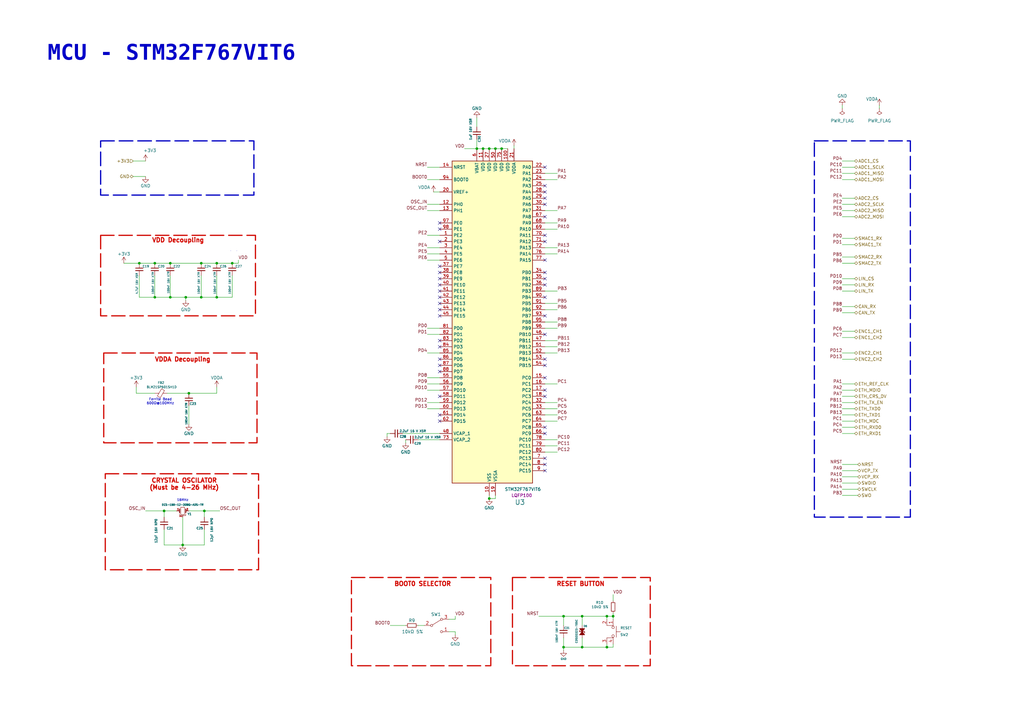
<source format=kicad_sch>
(kicad_sch (version 20250114) (generator "eeschema") (generator_version "9.0")
  (paper "A3")
  (title_block (title "KeyTestBox") (date "2023-10-15") (rev "V1.0") (comment 1 "Designer: Bruno Silva"))
  (lib_symbols
    (symbol "Device:C_Small" (pin_numbers (hide yes)) (pin_names (offset 0.254) (hide yes))
      (property "Reference" "C" (at 0.254 1.778 0))
      (property "Value" "C_Small" (at 0.254 -2.032 0))
      (symbol "C_Small_0_1"
        (polyline (pts (xy -1.524 0.508) (xy 1.524 0.508)) (stroke (width 0.3048)))
        (polyline (pts (xy -1.524 -0.508) (xy 1.524 -0.508)) (stroke (width 0.3302)))
      )
      (symbol "C_Small_1_1"
        (pin passive line (at 0 2.54 270) (length 2.032) (name "~") (number "1"))
        (pin passive line (at 0 -2.54 90) (length 2.032) (name "~") (number "2"))
      )
    )
    (symbol "Device:Crystal_GND2_Small" (pin_names (offset 1.016) (hide yes))
      (property "Reference" "Y" (at 0 5.08 0))
      (property "Value" "Crystal_GND2_Small" (at 0 3.175 0))
      (symbol "Crystal_GND2_Small_0_1"
        (polyline (pts (xy -1.27 -0.762) (xy -1.27 0.762)) (stroke (width 0.381)))
        (polyline (pts (xy -1.27 -1.27) (xy -1.27 -1.905) (xy 1.27 -1.905) (xy 1.27 -1.27)))
        (rectangle (start -0.762 -1.524) (end 0.762 1.524))
        (polyline (pts (xy 1.27 -0.762) (xy 1.27 0.762)) (stroke (width 0.381)))
      )
      (symbol "Crystal_GND2_Small_1_1"
        (pin passive line (at -2.54 0 0) (length 1.27) (name "1") (number "1"))
        (pin passive line (at 0 -2.54 90) (length 0.635) (name "2") (number "2"))
        (pin passive line (at 2.54 0 180) (length 1.27) (name "3") (number "3"))
      )
    )
    (symbol "Device:D_TVS_Small_Filled" (pin_numbers (hide yes)) (pin_names (offset 1.016) (hide yes))
      (property "Reference" "D" (at 0 2.54 0))
      (property "Value" "D_TVS_Small_Filled" (at 0 -2.54 0))
      (symbol "D_TVS_Small_Filled_0_1"
        (polyline (pts (xy -1.27 0) (xy 1.27 0)))
        (polyline (pts (xy 0.508 1.016) (xy 0 1.016) (xy 0 -1.016) (xy -0.508 -1.016)) (stroke (width 0.254)))
      )
      (symbol "D_TVS_Small_Filled_1_1"
        (polyline (pts (xy -1.27 1.016) (xy -1.27 -1.016) (xy 0 0) (xy -1.27 1.016)) (stroke (width 0.254)) (fill (type outline)))
        (polyline (pts (xy 0 0) (xy 1.27 1.016) (xy 1.27 -1.016) (xy 0 0)) (stroke (width 0.254)) (fill (type outline)))
        (pin passive line (at -2.54 0 0) (length 1.27) (name "A1") (number "1"))
        (pin passive line (at 2.54 0 180) (length 1.27) (name "A2") (number "2"))
      )
    )
    (symbol "Device:FerriteBead_Small" (pin_numbers (hide yes)) (pin_names (offset 0))
      (property "Reference" "FB" (at 1.905 1.27 0))
      (property "Value" "FerriteBead_Small" (at 1.905 -1.27 0))
      (symbol "FerriteBead_Small_0_1"
        (polyline (pts (xy -1.8288 0.2794) (xy -1.1176 1.4986) (xy 1.8288 -0.2032) (xy 1.1176 -1.4224) (xy -1.8288 0.2794)))
        (polyline (pts (xy 0 0.889) (xy 0 1.2954)))
        (polyline (pts (xy 0 -1.27) (xy 0 -0.7874)))
      )
      (symbol "FerriteBead_Small_1_1"
        (pin passive line (at 0 2.54 270) (length 1.27) (name "~") (number "1"))
        (pin passive line (at 0 -2.54 90) (length 1.27) (name "~") (number "2"))
      )
    )
    (symbol "Device:R_Small" (pin_numbers (hide yes)) (pin_names (offset 0.254) (hide yes))
      (property "Reference" "R" (at 0.762 0.508 0))
      (property "Value" "R_Small" (at 0.762 -1.016 0))
      (symbol "R_Small_0_1"
        (rectangle (start -0.762 1.778) (end 0.762 -1.778) (stroke (width 0.2032)))
      )
      (symbol "R_Small_1_1"
        (pin passive line (at 0 2.54 270) (length 0.762) (name "~") (number "1"))
        (pin passive line (at 0 -2.54 90) (length 0.762) (name "~") (number "2"))
      )
    )
    (symbol "MCU_ST_STM32F7:STM32F767VITx"
      (property "Reference" "U" (at -15.24 67.31 0))
      (property "Value" "STM32F767VITx" (at 12.7 67.31 0))
      (symbol "STM32F767VITx_0_1"
        (rectangle (start -15.24 -66.04) (end 17.78 66.04) (stroke (width 0.254)) (fill (type background)))
      )
      (symbol "STM32F767VITx_1_1"
        (pin input line (at -20.32 63.5 0) (length 5.08) (name "NRST") (number "14"))
        (pin input line (at -20.32 58.42 0) (length 5.08) (name "BOOT0") (number "94"))
        (pin input line (at -20.32 53.34 0) (length 5.08) (name "VREF+") (number "20"))
        (pin bidirectional line (at -20.32 48.26 0) (length 5.08) (name "PH0") (number "12"))
        (pin bidirectional line (at -20.32 45.72 0) (length 5.08) (name "PH1") (number "13"))
        (pin bidirectional line (at -20.32 40.64 0) (length 5.08) (name "PE0") (number "97"))
        (pin bidirectional line (at -20.32 38.1 0) (length 5.08) (name "PE1") (number "98"))
        (pin bidirectional line (at -20.32 35.56 0) (length 5.08) (name "PE2") (number "1"))
        (pin bidirectional line (at -20.32 33.02 0) (length 5.08) (name "PE3") (number "2"))
        (pin bidirectional line (at -20.32 30.48 0) (length 5.08) (name "PE4") (number "3"))
        (pin bidirectional line (at -20.32 27.94 0) (length 5.08) (name "PE5") (number "4"))
        (pin bidirectional line (at -20.32 25.4 0) (length 5.08) (name "PE6") (number "5"))
        (pin bidirectional line (at -20.32 22.86 0) (length 5.08) (name "PE7") (number "37"))
        (pin bidirectional line (at -20.32 20.32 0) (length 5.08) (name "PE8") (number "38"))
        (pin bidirectional line (at -20.32 17.78 0) (length 5.08) (name "PE9") (number "39"))
        (pin bidirectional line (at -20.32 15.24 0) (length 5.08) (name "PE10") (number "40"))
        (pin bidirectional line (at -20.32 12.7 0) (length 5.08) (name "PE11") (number "41"))
        (pin bidirectional line (at -20.32 10.16 0) (length 5.08) (name "PE12") (number "42"))
        (pin bidirectional line (at -20.32 7.62 0) (length 5.08) (name "PE13") (number "43"))
        (pin bidirectional line (at -20.32 5.08 0) (length 5.08) (name "PE14") (number "44"))
        (pin bidirectional line (at -20.32 2.54 0) (length 5.08) (name "PE15") (number "45"))
        (pin bidirectional line (at -20.32 -2.54 0) (length 5.08) (name "PD0") (number "81"))
        (pin bidirectional line (at -20.32 -5.08 0) (length 5.08) (name "PD1") (number "82"))
        (pin bidirectional line (at -20.32 -7.62 0) (length 5.08) (name "PD2") (number "83"))
        (pin bidirectional line (at -20.32 -10.16 0) (length 5.08) (name "PD3") (number "84"))
        (pin bidirectional line (at -20.32 -12.7 0) (length 5.08) (name "PD4") (number "85"))
        (pin bidirectional line (at -20.32 -15.24 0) (length 5.08) (name "PD5") (number "86"))
        (pin bidirectional line (at -20.32 -17.78 0) (length 5.08) (name "PD6") (number "87"))
        (pin bidirectional line (at -20.32 -20.32 0) (length 5.08) (name "PD7") (number "88"))
        (pin bidirectional line (at -20.32 -22.86 0) (length 5.08) (name "PD8") (number "55"))
        (pin bidirectional line (at -20.32 -25.4 0) (length 5.08) (name "PD9") (number "56"))
        (pin bidirectional line (at -20.32 -27.94 0) (length 5.08) (name "PD10") (number "57"))
        (pin bidirectional line (at -20.32 -30.48 0) (length 5.08) (name "PD11") (number "58"))
        (pin bidirectional line (at -20.32 -33.02 0) (length 5.08) (name "PD12") (number "59"))
        (pin bidirectional line (at -20.32 -35.56 0) (length 5.08) (name "PD13") (number "60"))
        (pin bidirectional line (at -20.32 -38.1 0) (length 5.08) (name "PD14") (number "61"))
        (pin bidirectional line (at -20.32 -40.64 0) (length 5.08) (name "PD15") (number "62"))
        (pin power_out line (at -20.32 -45.72 0) (length 5.08) (name "VCAP_1") (number "48"))
        (pin power_out line (at -20.32 -48.26 0) (length 5.08) (name "VCAP_2") (number "73"))
        (pin power_in line (at -5.08 71.12 270) (length 5.08) (name "VBAT") (number "6"))
        (pin power_in line (at -2.54 71.12 270) (length 5.08) (name "VDD") (number "11"))
        (pin power_in line (at 0 71.12 270) (length 5.08) (name "VDD") (number "27"))
        (pin power_in line (at 0 -71.12 90) (length 5.08) (name "VSS") (number "10"))
        (pin passive line (at 0 -71.12 90) (length 5.08) (hide yes) (name "VSS") (number "26"))
        (pin passive line (at 0 -71.12 90) (length 5.08) (hide yes) (name "VSS") (number "49"))
        (pin passive line (at 0 -71.12 90) (length 5.08) (hide yes) (name "VSS") (number "74"))
        (pin passive line (at 0 -71.12 90) (length 5.08) (hide yes) (name "VSS") (number "99"))
        (pin power_in line (at 2.54 71.12 270) (length 5.08) (name "VDD") (number "50"))
        (pin power_in line (at 2.54 -71.12 90) (length 5.08) (name "VSSA") (number "19"))
        (pin power_in line (at 5.08 71.12 270) (length 5.08) (name "VDD") (number "75"))
        (pin power_in line (at 7.62 71.12 270) (length 5.08) (name "VDD") (number "100"))
        (pin power_in line (at 10.16 71.12 270) (length 5.08) (name "VDDA") (number "21"))
        (pin bidirectional line (at 22.86 63.5 180) (length 5.08) (name "PA0") (number "22"))
        (pin bidirectional line (at 22.86 60.96 180) (length 5.08) (name "PA1") (number "23"))
        (pin bidirectional line (at 22.86 58.42 180) (length 5.08) (name "PA2") (number "24"))
        (pin bidirectional line (at 22.86 55.88 180) (length 5.08) (name "PA3") (number "25"))
        (pin bidirectional line (at 22.86 53.34 180) (length 5.08) (name "PA4") (number "28"))
        (pin bidirectional line (at 22.86 50.8 180) (length 5.08) (name "PA5") (number "29"))
        (pin bidirectional line (at 22.86 48.26 180) (length 5.08) (name "PA6") (number "30"))
        (pin bidirectional line (at 22.86 45.72 180) (length 5.08) (name "PA7") (number "31"))
        (pin bidirectional line (at 22.86 43.18 180) (length 5.08) (name "PA8") (number "67"))
        (pin bidirectional line (at 22.86 40.64 180) (length 5.08) (name "PA9") (number "68"))
        (pin bidirectional line (at 22.86 38.1 180) (length 5.08) (name "PA10") (number "69"))
        (pin bidirectional line (at 22.86 35.56 180) (length 5.08) (name "PA11") (number "70"))
        (pin bidirectional line (at 22.86 33.02 180) (length 5.08) (name "PA12") (number "71"))
        (pin bidirectional line (at 22.86 30.48 180) (length 5.08) (name "PA13") (number "72"))
        (pin bidirectional line (at 22.86 27.94 180) (length 5.08) (name "PA14") (number "76"))
        (pin bidirectional line (at 22.86 25.4 180) (length 5.08) (name "PA15") (number "77"))
        (pin bidirectional line (at 22.86 20.32 180) (length 5.08) (name "PB0") (number "34"))
        (pin bidirectional line (at 22.86 17.78 180) (length 5.08) (name "PB1") (number "35"))
        (pin bidirectional line (at 22.86 15.24 180) (length 5.08) (name "PB2") (number "36"))
        (pin bidirectional line (at 22.86 12.7 180) (length 5.08) (name "PB3") (number "89"))
        (pin bidirectional line (at 22.86 10.16 180) (length 5.08) (name "PB4") (number "90"))
        (pin bidirectional line (at 22.86 7.62 180) (length 5.08) (name "PB5") (number "91"))
        (pin bidirectional line (at 22.86 5.08 180) (length 5.08) (name "PB6") (number "92"))
        (pin bidirectional line (at 22.86 2.54 180) (length 5.08) (name "PB7") (number "93"))
        (pin bidirectional line (at 22.86 0 180) (length 5.08) (name "PB8") (number "95"))
        (pin bidirectional line (at 22.86 -2.54 180) (length 5.08) (name "PB9") (number "96"))
        (pin bidirectional line (at 22.86 -5.08 180) (length 5.08) (name "PB10") (number "46"))
        (pin bidirectional line (at 22.86 -7.62 180) (length 5.08) (name "PB11") (number "47"))
        (pin bidirectional line (at 22.86 -10.16 180) (length 5.08) (name "PB12") (number "51"))
        (pin bidirectional line (at 22.86 -12.7 180) (length 5.08) (name "PB13") (number "52"))
        (pin bidirectional line (at 22.86 -15.24 180) (length 5.08) (name "PB14") (number "53"))
        (pin bidirectional line (at 22.86 -17.78 180) (length 5.08) (name "PB15") (number "54"))
        (pin bidirectional line (at 22.86 -22.86 180) (length 5.08) (name "PC0") (number "15"))
        (pin bidirectional line (at 22.86 -25.4 180) (length 5.08) (name "PC1") (number "16"))
        (pin bidirectional line (at 22.86 -27.94 180) (length 5.08) (name "PC2") (number "17"))
        (pin bidirectional line (at 22.86 -30.48 180) (length 5.08) (name "PC3") (number "18"))
        (pin bidirectional line (at 22.86 -33.02 180) (length 5.08) (name "PC4") (number "32"))
        (pin bidirectional line (at 22.86 -35.56 180) (length 5.08) (name "PC5") (number "33"))
        (pin bidirectional line (at 22.86 -38.1 180) (length 5.08) (name "PC6") (number "63"))
        (pin bidirectional line (at 22.86 -40.64 180) (length 5.08) (name "PC7") (number "64"))
        (pin bidirectional line (at 22.86 -43.18 180) (length 5.08) (name "PC8") (number "65"))
        (pin bidirectional line (at 22.86 -45.72 180) (length 5.08) (name "PC9") (number "66"))
        (pin bidirectional line (at 22.86 -48.26 180) (length 5.08) (name "PC10") (number "78"))
        (pin bidirectional line (at 22.86 -50.8 180) (length 5.08) (name "PC11") (number "79"))
        (pin bidirectional line (at 22.86 -53.34 180) (length 5.08) (name "PC12") (number "80"))
        (pin bidirectional line (at 22.86 -55.88 180) (length 5.08) (name "PC13") (number "7"))
        (pin bidirectional line (at 22.86 -58.42 180) (length 5.08) (name "PC14") (number "8"))
        (pin bidirectional line (at 22.86 -60.96 180) (length 5.08) (name "PC15") (number "9"))
      )
    )
    (symbol "R_Small_1" (pin_numbers (hide yes)) (pin_names (offset 0.254) (hide yes))
      (property "Reference" "R" (at 0 0 90))
      (property "Value" "R_Small" (at 1.778 0 90))
      (symbol "R_Small_1_0_1"
        (rectangle (start -0.762 1.778) (end 0.762 -1.778) (stroke (width 0.2032)))
      )
      (symbol "R_Small_1_1_1"
        (pin passive line (at 0 2.54 270) (length 0.762) (name "~") (number "1"))
        (pin passive line (at 0 -2.54 90) (length 0.762) (name "~") (number "2"))
      )
    )
    (symbol "Switch:SW_MEC_5E" (pin_names (offset 1.016) (hide yes))
      (property "Reference" "SW" (at 0.635 5.715 0))
      (property "Value" "SW_MEC_5E" (at 0 -3.175 0))
      (symbol "SW_MEC_5E_0_1"
        (polyline (pts (xy -2.54 0) (xy -2.54 2.54) (xy -2.286 2.54)))
        (polyline (pts (xy -2.286 3.81) (xy 2.286 3.81)))
        (circle (center -1.778 2.54) (radius 0.508))
        (polyline (pts (xy 0 3.81) (xy 0 5.588)))
        (circle (center 1.778 2.54) (radius 0.508))
        (polyline (pts (xy 2.54 0) (xy 2.54 2.54) (xy 2.286 2.54)))
        (pin passive line (at -5.08 2.54 0) (length 2.54) (name "1") (number "1"))
        (pin passive line (at -5.08 0 0) (length 2.54) (name "2") (number "2"))
        (pin passive line (at 5.08 2.54 180) (length 2.54) (name "A") (number "4"))
        (pin passive line (at 5.08 0 180) (length 2.54) (name "K") (number "3"))
      )
    )
    (symbol "Switch:SW_Nidec_CAS-120A1" (pin_names (offset 1) (hide yes))
      (property "Reference" "SW1" (at 0.254 5.08 0))
      (property "Value" "BOOT_SEL" (at 0.254 -5.334 0))
      (symbol "SW_Nidec_CAS-120A1_0_1"
        (circle (center -2.032 0) (radius 0.4572))
        (polyline (pts (xy -1.651 0.254) (xy 1.651 2.286)))
        (circle (center 2.032 2.54) (radius 0.4572))
        (circle (center 2.032 -2.54) (radius 0.4572))
      )
      (symbol "SW_Nidec_CAS-120A1_1_1"
        (pin passive line (at -5.08 0 0) (length 2.54) (name "B") (number "2"))
        (pin passive line (at 5.08 2.54 180) (length 2.54) (name "A") (number "3"))
        (pin passive line (at 5.08 -2.54 180) (length 2.54) (name "C") (number "1"))
      )
    )
    (symbol "power:+3.3V" (power) (pin_names (offset 0))
      (property "Value" "+3.3V" (at 0 3.556 0))
      (symbol "+3.3V_0_1"
        (polyline (pts (xy -0.762 1.27) (xy 0 2.54)))
        (polyline (pts (xy 0 2.54) (xy 0.762 1.27)))
        (polyline (pts (xy 0 0) (xy 0 2.54)))
      )
      (symbol "+3.3V_1_1"
        (pin power_in line (at 0 0 90) (length 0) (hide yes) (name "+3.3V") (number "1"))
      )
    )
    (symbol "power:+3.3VA" (power) (pin_names (offset 0))
      (property "Value" "+3.3VA" (at 0 3.556 0))
      (symbol "+3.3VA_0_1"
        (polyline (pts (xy -0.762 1.27) (xy 0 2.54)))
        (polyline (pts (xy 0 2.54) (xy 0.762 1.27)))
        (polyline (pts (xy 0 0) (xy 0 2.54)))
      )
      (symbol "+3.3VA_1_1"
        (pin power_in line (at 0 0 90) (length 0) (hide yes) (name "+3.3VA") (number "1"))
      )
    )
    (symbol "power:GND" (power) (pin_names (offset 0))
      (property "Value" "GND" (at 0 -3.81 0))
      (symbol "GND_0_1"
        (polyline (pts (xy 0 0) (xy 0 -1.27) (xy 1.27 -1.27) (xy 0 -2.54) (xy -1.27 -1.27) (xy 0 -1.27)))
      )
      (symbol "GND_1_1"
        (pin power_in line (at 0 0 270) (length 0) (hide yes) (name "GND") (number "1"))
      )
    )
    (symbol "power:PWR_FLAG" (power) (pin_numbers (hide yes)) (pin_names (offset 0) (hide yes))
      (property "Value" "PWR_FLAG" (at 0 3.81 0))
      (symbol "PWR_FLAG_0_0"
        (pin power_out line (at 0 0 90) (length 0) (name "~") (number "1"))
      )
      (symbol "PWR_FLAG_0_1"
        (polyline (pts (xy 0 0) (xy 0 1.27) (xy -1.016 1.905) (xy 0 2.54) (xy 1.016 1.905) (xy 0 1.27)))
      )
    )
    (symbol "power:VDDA" (power) (pin_numbers (hide yes)) (pin_names (offset 0) (hide yes))
      (property "Value" "VDDA" (at 0 3.556 0))
      (symbol "VDDA_0_1"
        (polyline (pts (xy -0.762 1.27) (xy 0 2.54)))
        (polyline (pts (xy 0 2.54) (xy 0.762 1.27)))
        (polyline (pts (xy 0 0) (xy 0 2.54)))
      )
      (symbol "VDDA_1_1"
        (pin power_in line (at 0 0 90) (length 0) (name "~") (number "1"))
      )
    )
  )
  (rectangle (start 42.545 144.78) (end 105.41 181.61) (stroke (width 0.5) (type dash) (color 209 7 0 1)))
  (rectangle (start 94.615 102.87) (end 94.615 102.87))
  (rectangle (start 210.185 236.855) (end 266.7 273.05) (stroke (width 0.5) (type dash) (color 209 7 0 1)))
  (rectangle (start 43.18 194.31) (end 106.045 233.68) (stroke (width 0.5) (type dash) (color 209 7 0 1)))
  (rectangle (start 41.275 96.52) (end 104.775 129.54) (stroke (width 0.5) (type dash) (color 209 7 0 1)))
  (rectangle (start 97.155 102.87) (end 97.155 102.87))
  (rectangle (start 144.145 236.855) (end 201.295 273.05) (stroke (width 0.5) (type dash) (color 209 7 0 1)))
  (rectangle (start 63.5 99.695) (end 63.5 99.695))
  (rectangle (start 41.275 57.785) (end 104.14 80.01) (stroke (width 0.508) (type dash)))
  (rectangle (start 334.01 57.785) (end 373.38 212.09) (stroke (width 0.508) (type dash)))
  (text "MCU - STM32F767VIT6" (at 19.558 27.432 0) (effects (font (size 6.35 6.35) (thickness 0.6) (bold yes)) (justify left bottom)))
  (text "16MHz\n" (at 74.93 205.232 0) (effects (font (size 0.9398 0.9398))))
  (text "Ferrite Bead\n600Ω@100MHz" (at 65.786 166.116 0) (effects (font (size 1 1)) (justify bottom)))
  (text_box "VDDA Decoupling" (at 57.15 145.415 0) (size 35.56 3.81) (margins 0.9 0.9 0.9 0.9) (stroke (width -0.0001)) (effects (font (size 1.778 1.778) (thickness 0.4) (bold yes))))
  (text_box "RESET BUTTON" (at 226.06 236.855 0) (size 24.13 5.08) (margins 0.9 0.9 0.9 0.9) (stroke (width -0.0001)) (effects (font (size 1.778 1.778) (thickness 0.4) (bold yes))))
  (text_box "CRYSTAL OSCILATOR\n(Must be 4-26 MHz)" (at 56.515 194.945 0) (size 38.1 6.985) (margins 0.9 0.9 0.9 0.9) (stroke (width -0.0001)) (effects (font (size 1.778 1.778) (thickness 0.4) (bold yes))))
  (text_box "BOOT0 SELECTOR" (at 158.75 236.855 0) (size 29.21 5.08) (margins 0.9 0.9 0.9 0.9) (stroke (width -0.0001)) (effects (font (size 1.778 1.778) (thickness 0.4) (bold yes))))
  (text_box "VDD Decoupling" (at 52.705 96.52 0) (size 40.64 3.81) (margins 0.9 0.9 0.9 0.9) (stroke (width -0.0001)) (effects (font (size 1.778 1.778) (thickness 0.4) (bold yes))))
  (junction (at 69.85 121.92))
  (junction (at 83.82 209.55))
  (junction (at 67.31 209.55))
  (junction (at 231.14 265.43))
  (junction (at 88.9 107.95))
  (junction (at 251.46 252.73))
  (junction (at 248.92 252.73))
  (junction (at 63.5 107.95))
  (junction (at 57.15 107.95))
  (junction (at 200.66 204.47))
  (junction (at 74.93 223.52))
  (junction (at 203.2 60.96))
  (junction (at 248.92 265.43))
  (junction (at 200.66 60.96))
  (junction (at 198.12 60.96))
  (junction (at 63.5 121.92))
  (junction (at 82.55 121.92))
  (junction (at 231.14 252.73))
  (junction (at 205.74 60.96))
  (junction (at 77.47 161.29))
  (junction (at 82.55 107.95))
  (junction (at 69.85 107.95))
  (junction (at 195.58 60.96))
  (junction (at 238.76 265.43))
  (junction (at 76.2 121.92))
  (junction (at 238.76 252.73))
  (junction (at 88.9 121.92))
  (junction (at 95.25 107.95))
  (no_connect (at 223.52 137.16))
  (no_connect (at 223.52 175.26))
  (no_connect (at 223.52 177.8))
  (no_connect (at 223.52 81.28))
  (no_connect (at 180.34 93.98))
  (no_connect (at 223.52 96.52))
  (no_connect (at 223.52 160.02))
  (no_connect (at 180.34 129.54))
  (no_connect (at 180.34 172.72))
  (no_connect (at 223.52 154.94))
  (no_connect (at 223.52 129.54))
  (no_connect (at 180.34 124.46))
  (no_connect (at 223.52 106.68))
  (no_connect (at 223.52 111.76))
  (no_connect (at 180.34 114.3))
  (no_connect (at 223.52 78.74))
  (no_connect (at 180.34 147.32))
  (no_connect (at 223.52 76.2))
  (no_connect (at 223.52 187.96))
  (no_connect (at 223.52 190.5))
  (no_connect (at 180.34 149.86))
  (no_connect (at 223.52 99.06))
  (no_connect (at 180.34 152.4))
  (no_connect (at 180.34 170.18))
  (no_connect (at 180.34 116.84))
  (no_connect (at 223.52 193.04))
  (no_connect (at 180.34 127))
  (no_connect (at 180.34 91.44))
  (no_connect (at 223.52 162.56))
  (no_connect (at 223.52 149.86))
  (no_connect (at 180.34 121.92))
  (no_connect (at 223.52 114.3))
  (no_connect (at 180.34 139.7))
  (no_connect (at 223.52 121.92))
  (no_connect (at 223.52 147.32))
  (no_connect (at 180.34 162.56))
  (no_connect (at 180.34 119.38))
  (no_connect (at 223.52 68.58))
  (no_connect (at 180.34 111.76))
  (no_connect (at 180.34 109.22))
  (no_connect (at 223.52 83.82))
  (no_connect (at 180.34 99.06))
  (no_connect (at 223.52 116.84))
  (no_connect (at 180.34 142.24))
  (no_connect (at 223.52 88.9))
  (wire (pts (xy 345.44 175.26) (xy 350.52 175.26)))
  (wire (pts (xy 223.52 73.66) (xy 228.6 73.66)))
  (wire (pts (xy 345.44 138.43) (xy 350.52 138.43)))
  (wire (pts (xy 345.44 114.3) (xy 350.52 114.3)))
  (wire (pts (xy 223.52 134.62) (xy 228.6 134.62)))
  (wire (pts (xy 88.9 158.75) (xy 88.9 161.29)))
  (wire (pts (xy 55.88 158.75) (xy 55.88 161.29)))
  (wire (pts (xy 57.15 107.95) (xy 50.8 107.95)))
  (wire (pts (xy 345.44 203.2) (xy 351.79 203.2)))
  (wire (pts (xy 186.69 259.08) (xy 184.15 259.08)))
  (wire (pts (xy 251.46 252.73) (xy 251.46 251.46)))
  (wire (pts (xy 190.5 60.96) (xy 195.58 60.96)))
  (wire (pts (xy 223.52 71.12) (xy 228.6 71.12)))
  (wire (pts (xy 345.44 167.64) (xy 350.52 167.64)))
  (wire (pts (xy 251.46 243.84) (xy 251.46 246.38)))
  (wire (pts (xy 67.31 209.55) (xy 72.39 209.55)))
  (wire (pts (xy 175.26 134.62) (xy 180.34 134.62)))
  (wire (pts (xy 251.46 265.43) (xy 248.92 265.43)))
  (wire (pts (xy 77.47 166.37) (xy 77.47 173.99)))
  (wire (pts (xy 67.31 217.17) (xy 67.31 223.52)))
  (wire (pts (xy 345.44 195.58) (xy 351.79 195.58)))
  (wire (pts (xy 175.26 137.16) (xy 180.34 137.16)))
  (wire (pts (xy 231.14 252.73) (xy 238.76 252.73)))
  (wire (pts (xy 175.26 73.66) (xy 180.34 73.66)))
  (wire (pts (xy 83.82 223.52) (xy 74.93 223.52)))
  (wire (pts (xy 95.25 121.92) (xy 95.25 113.03)))
  (wire (pts (xy 345.44 144.78) (xy 350.52 144.78)))
  (wire (pts (xy 175.26 154.94) (xy 180.34 154.94)))
  (wire (pts (xy 83.82 217.17) (xy 83.82 223.52)))
  (wire (pts (xy 345.44 66.04) (xy 350.52 66.04)))
  (wire (pts (xy 175.26 165.1) (xy 180.34 165.1)))
  (wire (pts (xy 210.82 59.69) (xy 210.82 60.96)))
  (wire (pts (xy 231.14 265.43) (xy 231.14 266.7)))
  (wire (pts (xy 345.44 157.48) (xy 350.52 157.48)))
  (wire (pts (xy 95.25 107.95) (xy 88.9 107.95)))
  (wire (pts (xy 67.31 209.55) (xy 67.31 212.09)))
  (wire (pts (xy 69.85 121.92) (xy 63.5 121.92)))
  (wire (pts (xy 200.66 60.96) (xy 203.2 60.96)))
  (wire (pts (xy 160.02 256.54) (xy 166.37 256.54)))
  (wire (pts (xy 231.14 265.43) (xy 231.14 261.62)))
  (wire (pts (xy 54.61 66.04) (xy 59.69 66.04)))
  (wire (pts (xy 186.69 252.73) (xy 186.69 254)))
  (wire (pts (xy 57.15 121.92) (xy 63.5 121.92)))
  (wire (pts (xy 165.1 177.8) (xy 180.34 177.8)))
  (wire (pts (xy 345.44 172.72) (xy 350.52 172.72)))
  (wire (pts (xy 223.52 165.1) (xy 228.6 165.1)))
  (wire (pts (xy 55.88 161.29) (xy 63.5 161.29)))
  (wire (pts (xy 345.44 83.82) (xy 350.52 83.82)))
  (wire (pts (xy 171.45 256.54) (xy 173.99 256.54)))
  (wire (pts (xy 345.44 135.89) (xy 350.52 135.89)))
  (wire (pts (xy 345.44 125.73) (xy 350.52 125.73)))
  (wire (pts (xy 76.2 121.92) (xy 82.55 121.92)))
  (wire (pts (xy 166.37 181.61) (xy 166.37 180.34)))
  (wire (pts (xy 175.26 104.14) (xy 180.34 104.14)))
  (wire (pts (xy 63.5 107.95) (xy 69.85 107.95)))
  (wire (pts (xy 77.47 209.55) (xy 83.82 209.55)))
  (wire (pts (xy 67.31 223.52) (xy 74.93 223.52)))
  (wire (pts (xy 223.52 132.08) (xy 228.6 132.08)))
  (wire (pts (xy 345.44 177.8) (xy 350.52 177.8)))
  (wire (pts (xy 175.26 68.58) (xy 180.34 68.58)))
  (wire (pts (xy 223.52 157.48) (xy 228.6 157.48)))
  (wire (pts (xy 345.44 71.12) (xy 350.52 71.12)))
  (wire (pts (xy 177.8 78.74) (xy 180.34 78.74)))
  (wire (pts (xy 345.44 119.38) (xy 350.52 119.38)))
  (wire (pts (xy 248.92 264.16) (xy 248.92 265.43)))
  (wire (pts (xy 175.26 106.68) (xy 180.34 106.68)))
  (wire (pts (xy 83.82 209.55) (xy 83.82 212.09)))
  (wire (pts (xy 223.52 182.88) (xy 228.6 182.88)))
  (wire (pts (xy 345.44 147.32) (xy 350.52 147.32)))
  (wire (pts (xy 205.74 60.96) (xy 208.28 60.96)))
  (wire (pts (xy 345.44 165.1) (xy 350.52 165.1)))
  (wire (pts (xy 223.52 124.46) (xy 228.6 124.46)))
  (wire (pts (xy 345.44 193.04) (xy 351.79 193.04)))
  (wire (pts (xy 223.52 86.36) (xy 228.6 86.36)))
  (wire (pts (xy 175.26 157.48) (xy 180.34 157.48)))
  (wire (pts (xy 69.85 121.92) (xy 76.2 121.92)))
  (wire (pts (xy 97.79 107.95) (xy 95.25 107.95)))
  (wire (pts (xy 203.2 60.96) (xy 205.74 60.96)))
  (wire (pts (xy 231.14 265.43) (xy 238.76 265.43)))
  (wire (pts (xy 223.52 172.72) (xy 228.6 172.72)))
  (wire (pts (xy 345.44 73.66) (xy 350.52 73.66)))
  (wire (pts (xy 238.76 265.43) (xy 238.76 261.62)))
  (wire (pts (xy 223.52 180.34) (xy 228.6 180.34)))
  (wire (pts (xy 83.82 209.55) (xy 90.17 209.55)))
  (wire (pts (xy 223.52 104.14) (xy 228.6 104.14)))
  (wire (pts (xy 186.69 254) (xy 184.15 254)))
  (wire (pts (xy 345.44 162.56) (xy 350.52 162.56)))
  (wire (pts (xy 69.85 113.03) (xy 69.85 121.92)))
  (wire (pts (xy 223.52 139.7) (xy 228.6 139.7)))
  (wire (pts (xy 345.44 160.02) (xy 350.52 160.02)))
  (wire (pts (xy 345.44 200.66) (xy 351.79 200.66)))
  (wire (pts (xy 223.52 167.64) (xy 228.6 167.64)))
  (wire (pts (xy 345.44 81.28) (xy 350.52 81.28)))
  (wire (pts (xy 54.61 72.39) (xy 59.69 72.39)))
  (wire (pts (xy 82.55 113.03) (xy 82.55 121.92)))
  (wire (pts (xy 97.79 106.68) (xy 97.79 107.95)))
  (wire (pts (xy 63.5 113.03) (xy 63.5 121.92)))
  (wire (pts (xy 345.44 190.5) (xy 351.79 190.5)))
  (wire (pts (xy 345.44 88.9) (xy 350.52 88.9)))
  (wire (pts (xy 345.44 170.18) (xy 350.52 170.18)))
  (wire (pts (xy 223.52 91.44) (xy 228.6 91.44)))
  (wire (pts (xy 175.26 160.02) (xy 180.34 160.02)))
  (wire (pts (xy 195.58 48.26) (xy 195.58 52.07)))
  (wire (pts (xy 171.45 180.34) (xy 180.34 180.34)))
  (wire (pts (xy 59.69 209.55) (xy 67.31 209.55)))
  (wire (pts (xy 223.52 127) (xy 228.6 127)))
  (wire (pts (xy 248.92 252.73) (xy 248.92 254)))
  (wire (pts (xy 238.76 252.73) (xy 248.92 252.73)))
  (wire (pts (xy 82.55 107.95) (xy 88.9 107.95)))
  (wire (pts (xy 158.75 179.07) (xy 158.75 177.8)))
  (wire (pts (xy 57.15 121.92) (xy 57.15 113.03)))
  (wire (pts (xy 345.44 97.79) (xy 350.52 97.79)))
  (wire (pts (xy 220.98 252.73) (xy 231.14 252.73)))
  (wire (pts (xy 68.58 161.29) (xy 77.47 161.29)))
  (wire (pts (xy 158.75 177.8) (xy 160.02 177.8)))
  (wire (pts (xy 345.44 116.84) (xy 350.52 116.84)))
  (wire (pts (xy 175.26 83.82) (xy 180.34 83.82)))
  (wire (pts (xy 175.26 101.6) (xy 180.34 101.6)))
  (wire (pts (xy 231.14 252.73) (xy 231.14 256.54)))
  (wire (pts (xy 186.69 260.35) (xy 186.69 259.08)))
  (wire (pts (xy 76.2 123.19) (xy 76.2 121.92)))
  (wire (pts (xy 223.52 185.42) (xy 228.6 185.42)))
  (wire (pts (xy 248.92 265.43) (xy 238.76 265.43)))
  (wire (pts (xy 345.44 105.41) (xy 350.52 105.41)))
  (wire (pts (xy 345.44 100.33) (xy 350.52 100.33)))
  (wire (pts (xy 198.12 60.96) (xy 200.66 60.96)))
  (wire (pts (xy 345.44 128.27) (xy 350.52 128.27)))
  (wire (pts (xy 195.58 60.96) (xy 198.12 60.96)))
  (wire (pts (xy 203.2 203.2) (xy 203.2 204.47)))
  (wire (pts (xy 95.25 121.92) (xy 88.9 121.92)))
  (wire (pts (xy 175.26 167.64) (xy 180.34 167.64)))
  (wire (pts (xy 200.66 203.2) (xy 200.66 204.47)))
  (wire (pts (xy 223.52 144.78) (xy 228.6 144.78)))
  (wire (pts (xy 88.9 161.29) (xy 77.47 161.29)))
  (wire (pts (xy 223.52 93.98) (xy 228.6 93.98)))
  (wire (pts (xy 69.85 107.95) (xy 82.55 107.95)))
  (wire (pts (xy 203.2 204.47) (xy 200.66 204.47)))
  (wire (pts (xy 345.44 107.95) (xy 350.52 107.95)))
  (wire (pts (xy 345.44 198.12) (xy 351.79 198.12)))
  (wire (pts (xy 345.44 68.58) (xy 350.52 68.58)))
  (wire (pts (xy 251.46 252.73) (xy 251.46 254)))
  (wire (pts (xy 223.52 119.38) (xy 228.6 119.38)))
  (wire (pts (xy 223.52 142.24) (xy 228.6 142.24)))
  (wire (pts (xy 74.93 212.09) (xy 74.93 223.52)))
  (wire (pts (xy 175.26 86.36) (xy 180.34 86.36)))
  (wire (pts (xy 248.92 252.73) (xy 251.46 252.73)))
  (wire (pts (xy 82.55 121.92) (xy 88.9 121.92)))
  (wire (pts (xy 175.26 144.78) (xy 180.34 144.78)))
  (wire (pts (xy 175.26 96.52) (xy 180.34 96.52)))
  (wire (pts (xy 88.9 113.03) (xy 88.9 121.92)))
  (wire (pts (xy 345.44 86.36) (xy 350.52 86.36)))
  (wire (pts (xy 238.76 252.73) (xy 238.76 256.54)))
  (wire (pts (xy 360.68 43.18) (xy 360.68 44.45)))
  (wire (pts (xy 223.52 170.18) (xy 228.6 170.18)))
  (wire (pts (xy 345.44 44.45) (xy 345.44 43.18)))
  (wire (pts (xy 195.58 57.15) (xy 195.58 60.96)))
  (wire (pts (xy 223.52 101.6) (xy 228.6 101.6)))
  (wire (pts (xy 57.15 107.95) (xy 63.5 107.95)))
  (wire (pts (xy 251.46 264.16) (xy 251.46 265.43)))
  (label "PA9" (at 345.44 193.04 180))
  (label "VDD" (at 251.46 243.84 0))
  (label "VDD" (at 97.79 106.68 0))
  (label "PE2" (at 175.26 96.52 180))
  (label "PD12" (at 345.44 144.78 180))
  (label "PB11" (at 228.6 139.7 0))
  (label "PB3" (at 345.44 203.2 180))
  (label "PD0" (at 175.26 134.62 180))
  (label "OSC_OUT" (at 90.17 209.55 0))
  (label "PB11" (at 345.44 165.1 180))
  (label "PA7" (at 228.6 86.36 0))
  (label "PD4" (at 345.44 66.04 180))
  (label "PB13" (at 228.6 144.78 0))
  (label "PD13" (at 345.44 147.32 180))
  (label "PC5" (at 228.6 167.64 0))
  (label "PD9" (at 175.26 157.48 180))
  (label "VDD" (at 190.5 60.96 180))
  (label "PC1" (at 345.44 172.72 180))
  (label "PB3" (at 228.6 119.38 0))
  (label "PD9" (at 345.44 116.84 180))
  (label "PB5" (at 345.44 105.41 180))
  (label "VDD" (at 186.69 252.73 0))
  (label "OSC_OUT" (at 175.26 86.36 180))
  (label "NRST" (at 175.26 68.58 180))
  (label "PE6" (at 175.26 106.68 180))
  (label "OSC_IN" (at 59.69 209.55 180))
  (label "PD8" (at 345.44 119.38 180))
  (label "PA13" (at 345.44 198.12 180))
  (label "PE5" (at 175.26 104.14 180))
  (label "PB8" (at 345.44 125.73 180))
  (label "PD8" (at 175.26 154.94 180))
  (label "PB12" (at 345.44 167.64 180))
  (label "PD1" (at 345.44 100.33 180))
  (label "PA14" (at 228.6 104.14 0))
  (label "PC6" (at 228.6 170.18 0))
  (label "PA14" (at 345.44 200.66 180))
  (label "PA1" (at 228.6 71.12 0))
  (label "PD13" (at 175.26 167.64 180))
  (label "PB8" (at 228.6 132.08 0))
  (label "PC7" (at 228.6 172.72 0))
  (label "PC10" (at 228.6 180.34 0))
  (label "PA9" (at 228.6 91.44 0))
  (label "PA10" (at 228.6 93.98 0))
  (label "BOOT0" (at 160.02 256.54 180))
  (label "PA13" (at 228.6 101.6 0))
  (label "PD10" (at 345.44 114.3 180))
  (label "PC7" (at 345.44 138.43 180))
  (label "PC12" (at 228.6 185.42 0))
  (label "PD10" (at 175.26 160.02 180))
  (label "PC4" (at 228.6 165.1 0))
  (label "PC5" (at 345.44 177.8 180))
  (label "PB12" (at 228.6 142.24 0))
  (label "PE4" (at 345.44 81.28 180))
  (label "PB13" (at 345.44 170.18 180))
  (label "PE5" (at 345.44 86.36 180))
  (label "PC1" (at 228.6 157.48 0))
  (label "PB5" (at 228.6 124.46 0))
  (label "PC11" (at 345.44 71.12 180))
  (label "PA2" (at 228.6 73.66 0))
  (label "PB6" (at 228.6 127 0))
  (label "NRST" (at 345.44 190.5 180))
  (label "PA10" (at 345.44 195.58 180))
  (label "PB6" (at 345.44 107.95 180))
  (label "PE6" (at 345.44 88.9 180))
  (label "PC10" (at 345.44 68.58 180))
  (label "PD12" (at 175.26 165.1 180))
  (label "PC6" (at 345.44 135.89 180))
  (label "PB9" (at 228.6 134.62 0))
  (label "PD4" (at 175.26 144.78 180))
  (label "PA7" (at 345.44 162.56 180))
  (label "OSC_IN" (at 175.26 83.82 180))
  (label "PB9" (at 345.44 128.27 180))
  (label "PD0" (at 345.44 97.79 180))
  (label "PC12" (at 345.44 73.66 180))
  (label "PC4" (at 345.44 175.26 180))
  (label "PA1" (at 345.44 157.48 180))
  (label "NRST" (at 220.98 252.73 180))
  (label "PE4" (at 175.26 101.6 180))
  (label "PC11" (at 228.6 182.88 0))
  (label "PE2" (at 345.44 83.82 180))
  (label "PD1" (at 175.26 137.16 180))
  (label "PA2" (at 345.44 160.02 180))
  (label "BOOT0" (at 175.26 73.66 180))
  (hierarchical_label "SMAC1_TX" (shape bidirectional) (at 350.52 100.33 0))
  (hierarchical_label "LIN_CS" (shape bidirectional) (at 350.52 114.3 0))
  (hierarchical_label "SWO" (shape bidirectional) (at 351.79 203.2 0))
  (hierarchical_label "ETH_REF_CLK" (shape bidirectional) (at 350.52 157.48 0))
  (hierarchical_label "SWDIO" (shape bidirectional) (at 351.79 198.12 0))
  (hierarchical_label "ADC1_MISO" (shape bidirectional) (at 350.52 71.12 0))
  (hierarchical_label "+3V3" (shape input) (at 54.61 66.04 180))
  (hierarchical_label "ADC2_SCLK" (shape bidirectional) (at 350.52 83.82 0))
  (hierarchical_label "GND" (shape bidirectional) (at 54.61 72.39 180))
  (hierarchical_label "ENC2_CH1" (shape bidirectional) (at 350.52 144.78 0))
  (hierarchical_label "SMAC2_TX" (shape bidirectional) (at 350.52 107.95 0))
  (hierarchical_label "VCP_TX" (shape bidirectional) (at 351.79 193.04 0))
  (hierarchical_label "ETH_TXD0" (shape bidirectional) (at 350.52 167.64 0))
  (hierarchical_label "SMAC1_RX" (shape bidirectional) (at 350.52 97.79 0))
  (hierarchical_label "SMAC2_RX" (shape bidirectional) (at 350.52 105.41 0))
  (hierarchical_label "ADC2_CS" (shape bidirectional) (at 350.52 81.28 0))
  (hierarchical_label "ADC2_MOSI" (shape bidirectional) (at 350.52 88.9 0))
  (hierarchical_label "ADC1_SCLK" (shape bidirectional) (at 350.52 68.58 0))
  (hierarchical_label "CAN_RX" (shape bidirectional) (at 350.52 125.73 0))
  (hierarchical_label "ADC1_MOSI" (shape bidirectional) (at 350.52 73.66 0))
  (hierarchical_label "ADC2_MISO" (shape bidirectional) (at 350.52 86.36 0))
  (hierarchical_label "ETH_TX_EN" (shape bidirectional) (at 350.52 165.1 0))
  (hierarchical_label "ETH_TXD1" (shape bidirectional) (at 350.52 170.18 0))
  (hierarchical_label "ENC1_CH2" (shape bidirectional) (at 350.52 138.43 0))
  (hierarchical_label "LIN_RX" (shape bidirectional) (at 350.52 116.84 0))
  (hierarchical_label "SWCLK" (shape bidirectional) (at 351.79 200.66 0))
  (hierarchical_label "ETH_MDIO" (shape bidirectional) (at 350.52 160.02 0))
  (hierarchical_label "ETH_RXD1" (shape bidirectional) (at 350.52 177.8 0))
  (hierarchical_label "ETH_RXD0" (shape bidirectional) (at 350.52 175.26 0))
  (hierarchical_label "ETH_MDC" (shape bidirectional) (at 350.52 172.72 0))
  (hierarchical_label "ETH_CRS_DV" (shape bidirectional) (at 350.52 162.56 0))
  (hierarchical_label "ENC2_CH2" (shape bidirectional) (at 350.52 147.32 0))
  (hierarchical_label "LIN_TX" (shape bidirectional) (at 350.52 119.38 0))
  (hierarchical_label "CAN_TX" (shape bidirectional) (at 350.52 128.27 0))
  (hierarchical_label "VCP_RX" (shape bidirectional) (at 351.79 195.58 0))
  (hierarchical_label "NRST" (shape bidirectional) (at 351.79 190.5 0))
  (hierarchical_label "ADC1_CS" (shape bidirectional) (at 350.52 66.04 0))
  (hierarchical_label "ENC1_CH1" (shape bidirectional) (at 350.52 135.89 0))
  (symbol (lib_id "power:GND") (at 186.69 260.35 0) (unit 1)
    (property "Reference" "#PWR067" (effects (hide yes)))
    (property "Value" "GND" (at 186.69 264.16 0))
  )
  (symbol (lib_id "Switch:SW_MEC_5E") (at 248.92 259.08 270) (unit 1)
    (property "Reference" "SW2" (at 256.032 260.35 90) (effects (font (size 1.016 1.016))))
    (property "Value" "RESET" (at 256.794 257.556 90) (effects (font (size 1.016 1.016))))
    (property "Footprint" "Reset_BTN:SW_1825910-6-4" (effects (hide yes)))
    (property "Datasheet" "http://www.apem.com/int/index.php?controller=attachment&id_attachment=1371" (effects (hide yes)))
  )
  (symbol (lib_id "power:GND") (at 231.14 266.7 0) (unit 1)
    (property "Reference" "#PWR071" (effects (hide yes)))
    (property "Value" "GND" (at 231.14 270.256 0) (effects (font (size 0.762 0.762))))
  )
  (symbol (lib_id "power:GND") (at 345.44 43.18 180) (unit 1)
    (property "Reference" "#PWR072" (effects (hide yes)))
    (property "Value" "GND" (at 345.44 39.37 0))
  )
  (symbol (lib_id "Device:C_Small") (at 95.25 110.49 0) (unit 1)
    (property "Reference" "C27" (at 96.52 109.22 0) (effects (font (size 0.9 0.9)) (justify left)))
    (property "Value" "100nF 16V X7R" (at 94.234 120.65 90) (effects (font (size 0.762 0.762)) (justify left)))
  )
  (symbol (lib_id "power:GND") (at 158.75 179.07 0) (unit 1)
    (property "Reference" "#PWR064" (effects (hide yes)))
    (property "Value" "GND" (at 158.75 182.88 0))
  )
  (symbol (lib_id "Device:C_Small") (at 77.47 163.83 180) (unit 1)
    (property "Reference" "C23" (at 80.518 165.608 0) (effects (font (size 0.9 0.9)) (justify left)))
    (property "Value" "100nF 16V X7R" (at 76.454 165.1 90) (effects (font (size 0.762 0.762)) (justify left)))
  )
  (symbol (lib_id "power:GND") (at 77.47 173.99 0) (unit 1)
    (property "Reference" "#PWR062" (effects (hide yes)))
    (property "Value" "GND" (at 77.47 177.8 0))
  )
  (symbol (lib_id "Device:R_Small") (at 168.91 256.54 90) (unit 1)
    (property "Reference" "R9" (at 168.91 254.508 90))
    (property "Value" "10kΩ 5%" (at 169.164 259.08 90))
  )
  (symbol (lib_id "power:+3.3V") (at 59.69 66.04 0) (unit 1)
    (property "Reference" "#PWR058" (effects (hide yes)))
    (property "Value" "+3V3" (at 61.468 61.722 0))
  )
  (symbol (lib_id "power:PWR_FLAG") (at 345.44 44.45 180) (unit 1)
    (property "Reference" "#FLG01" (effects (hide yes)))
    (property "Value" "PWR_FLAG" (at 345.44 49.53 0))
    (property "Description" "Special symbol for telling ERC where power comes from" (effects (hide yes)))
  )
  (symbol (lib_id "Switch:SW_Nidec_CAS-120A1") (at 179.07 256.54 0) (unit 1)
    (property "Reference" "SW1" (at 178.816 251.968 0))
    (property "Value" "BOOT_SEL" (effects (hide yes)))
    (property "Footprint" "Button_Switch_SMD:Nidec_Copal_CAS-120A" (effects (hide yes)))
    (property "Datasheet" "https://www.nidec-components.com/e/catalog/switch/cas.pdf" (effects (hide yes)))
    (property "Description" "Switch, single pole double throw" (effects (hide yes)))
  )
  (symbol (lib_id "Device:C_Small") (at 67.31 214.63 0) (unit 1)
    (property "Reference" "C21" (at 68.326 216.662 0) (effects (font (size 0.9 0.9)) (justify left)))
    (property "Value" "12pF 16V NP0" (at 64.008 222.758 90) (effects (font (size 0.9 0.9)) (justify left)))
  )
  (symbol (lib_id "Device:C_Small") (at 231.14 259.08 180) (unit 1)
    (property "Reference" "C31" (at 233.68 257.556 0) (effects (font (size 0.762 0.762)) (justify left)))
    (property "Value" "100nF 16V X7R" (at 228.346 254.508 90) (effects (font (size 0.762 0.762)) (justify left)))
  )
  (symbol (lib_id "power:GND") (at 200.66 204.47 0) (unit 1)
    (property "Reference" "#PWR069" (effects (hide yes)))
    (property "Value" "GND" (at 200.66 208.28 0))
  )
  (symbol (lib_id "power:+3.3V") (at 177.8 78.74 0) (unit 1)
    (property "Reference" "#PWR066" (effects (hide yes)))
    (property "Value" "VDDA" (at 173.99 76.835 0))
  )
  (symbol (lib_id "Device:C_Small") (at 83.82 214.63 180) (unit 1)
    (property "Reference" "C25" (at 83.312 216.662 0) (effects (font (size 0.9 0.9)) (justify left)))
    (property "Value" "12pF 16V NP0" (at 86.868 212.344 90) (effects (font (size 0.9 0.9)) (justify left)))
  )
  (symbol (lib_id "power:+3.3V") (at 50.8 107.95 0) (unit 1)
    (property "Reference" "#PWR056" (effects (hide yes)))
    (property "Value" "+3V3" (at 50.8 104.14 0))
  )
  (symbol (lib_id "power:GND") (at 59.69 72.39 0) (unit 1)
    (property "Reference" "#PWR059" (effects (hide yes)))
    (property "Value" "GND" (at 59.69 76.2 0))
  )
  (symbol (lib_id "Device:C_Small") (at 168.91 180.34 270) (mirror x) (unit 1)
    (property "Reference" "C29" (at 169.926 181.864 90) (effects (font (size 0.889 0.889)) (justify left)))
    (property "Value" "2.2uF 16 V X5R" (at 169.926 179.324 90) (effects (font (size 0.889 0.889)) (justify left)))
  )
  (symbol (lib_id "power:+3.3V") (at 210.82 59.69 0) (unit 1)
    (property "Reference" "#PWR070" (effects (hide yes)))
    (property "Value" "VDDA" (at 207.01 57.785 0))
  )
  (symbol (lib_id "power:GND") (at 76.2 123.19 0) (unit 1)
    (property "Reference" "#PWR061" (effects (hide yes)))
    (property "Value" "GND" (at 76.2 127 0))
  )
  (symbol (lib_id "Device:D_TVS_Small_Filled") (at 238.76 259.08 90) (unit 1)
    (property "Reference" "D6" (at 239.268 256.794 90) (effects (font (size 0.762 0.762)) (justify right)))
    (property "Value" "CDSOD323-T05C" (at 236.474 254 0) (effects (font (size 0.762 0.762)) (justify right)))
    (property "Description" "Bidirectional transient-voltage-suppression diode, small symbol, filled shape" (effects (hide yes)))
  )
  (symbol (lib_id "power:PWR_FLAG") (at 360.68 44.45 180) (unit 1)
    (property "Reference" "#FLG02" (effects (hide yes)))
    (property "Value" "PWR_FLAG" (at 360.68 49.53 0))
    (property "Description" "Special symbol for telling ERC where power comes from" (effects (hide yes)))
  )
  (symbol (lib_id "Device:Crystal_GND2_Small") (at 74.93 209.55 0) (unit 1)
    (property "Reference" "Y1" (at 77.724 210.82 0) (effects (font (size 0.889 0.889))))
    (property "Value" "ECS-160-12-30BQ-ADS-TR" (at 74.93 207.01 0) (effects (font (size 0.762 0.762))))
    (property "Description" "Three pin crystal, GND on pin 2, small symbol" (effects (hide yes)))
  )
  (symbol (lib_id "Device:C_Small") (at 57.15 110.49 0) (unit 1)
    (property "Reference" "C19" (at 58.42 109.22 0) (effects (font (size 0.9 0.9)) (justify left)))
    (property "Value" "4.7uF 16V X5R" (at 56.134 120.65 90) (effects (font (size 0.762 0.762)) (justify left)))
  )
  (symbol (lib_id "Device:C_Small") (at 69.85 110.49 0) (unit 1)
    (property "Reference" "C22" (at 71.12 109.22 0) (effects (font (size 0.9 0.9)) (justify left)))
    (property "Value" "100nF 16V X7R" (at 69.088 120.396 90) (effects (font (size 0.762 0.762)) (justify left)))
  )
  (symbol (lib_id "power:GND") (at 195.58 48.26 180) (unit 1)
    (property "Reference" "#PWR068" (effects (hide yes)))
    (property "Value" "GND" (at 195.58 44.45 0))
  )
  (symbol (lib_id "power:+3.3VA") (at 88.9 158.75 0) (unit 1)
    (property "Reference" "#PWR063" (effects (hide yes)))
    (property "Value" "VDDA" (at 88.9 154.94 0))
  )
  (symbol (lib_id "Device:C_Small") (at 63.5 110.49 0) (unit 1)
    (property "Reference" "C20" (at 64.77 109.22 0) (effects (font (size 0.9 0.9)) (justify left)))
    (property "Value" "100nF 16V X7R" (at 62.738 120.65 90) (effects (font (size 0.762 0.762)) (justify left)))
  )
  (symbol (lib_id "power:GND") (at 74.93 223.52 0) (unit 1)
    (property "Reference" "#PWR060" (effects (hide yes)))
    (property "Value" "GND" (at 74.93 227.33 0))
  )
  (symbol (lib_id "Device:C_Small") (at 88.9 110.49 0) (unit 1)
    (property "Reference" "C26" (at 90.17 109.22 0) (effects (font (size 0.9 0.9)) (justify left)))
    (property "Value" "100nF 16V X7R" (at 88.138 120.65 90) (effects (font (size 0.762 0.762)) (justify left)))
  )
  (symbol (lib_name "R_Small_1") (lib_id "Device:R_Small") (at 251.46 248.92 0) (unit 1)
    (property "Reference" "R10" (at 244.348 247.142 0) (effects (font (size 1.016 1.016)) (justify left)))
    (property "Value" "10kΩ 5%" (at 242.57 248.92 0) (effects (font (size 1.016 1.016)) (justify left)))
    (property "Description" "Resistor, small symbol" (effects (hide yes)))
  )
  (symbol (lib_id "Device:C_Small") (at 195.58 54.61 0) (mirror x) (unit 1)
    (property "Reference" "C30" (at 196.596 55.626 90) (effects (font (size 0.889 0.889)) (justify left)))
    (property "Value" "1uF 16V X5R" (at 193.04 48.514 90) (effects (font (size 0.889 0.889)) (justify left)))
  )
  (symbol (lib_id "power:GND") (at 166.37 181.61 0) (unit 1)
    (property "Reference" "#PWR065" (effects (hide yes)))
    (property "Value" "GND" (at 166.37 185.42 0))
  )
  (symbol (lib_id "Device:FerriteBead_Small") (at 66.04 161.29 90) (unit 1)
    (property "Reference" "FB2" (at 66.04 156.972 90) (effects (font (size 0.9 0.9))))
    (property "Value" "BLM21SP601SH1D" (at 66.294 158.75 90) (effects (font (size 0.9 0.9))))
  )
  (symbol (lib_id "Device:C_Small") (at 162.56 177.8 90) (mirror x) (unit 1)
    (property "Reference" "C28" (at 166.624 179.07 90) (effects (font (size 0.889 0.889)) (justify left)))
    (property "Value" "2.2uF 16 V X5R" (at 174.752 176.784 90) (effects (font (size 0.889 0.889)) (justify left)))
  )
  (symbol (lib_id "power:+3.3V") (at 55.88 158.75 0) (unit 1)
    (property "Reference" "#PWR057" (effects (hide yes)))
    (property "Value" "+3V3" (at 55.88 154.94 0))
  )
  (symbol (lib_id "Device:C_Small") (at 82.55 110.49 0) (unit 1)
    (property "Reference" "C24" (at 83.82 109.22 0) (effects (font (size 0.9 0.9)) (justify left)))
    (property "Value" "100nF 16V X7R" (at 81.534 120.65 90) (effects (font (size 0.762 0.762)) (justify left)))
  )
  (symbol (lib_id "MCU_ST_STM32F7:STM32F767VITx") (at 200.66 132.08 0) (unit 1)
    (property "Reference" "U3" (at 211.074 205.994 0) (effects (font (size 2 2)) (justify left)))
    (property "Value" "STM32F767VIT6" (at 207.01 200.66 0) (effects (justify left)))
    (property "Footprint" "Package_QFP:LQFP-100_14x14mm_P0.5mm" (effects (hide yes)))
    (property "Datasheet" "https://www.st.com/resource/en/datasheet/stm32f767vi.pdf" (effects (hide yes)))
    (property "Field4" "LQFP100" (at 213.995 203.2 0))
  )
  (symbol (lib_id "power:VDDA") (at 360.68 43.18 0) (unit 1)
    (property "Reference" "#PWR073" (effects (hide yes)))
    (property "Value" "VDDA" (at 357.632 40.64 0))
    (property "Description" "Power symbol creates a global label with name \"VDDA\"" (effects (hide yes)))
  )
)
</source>
